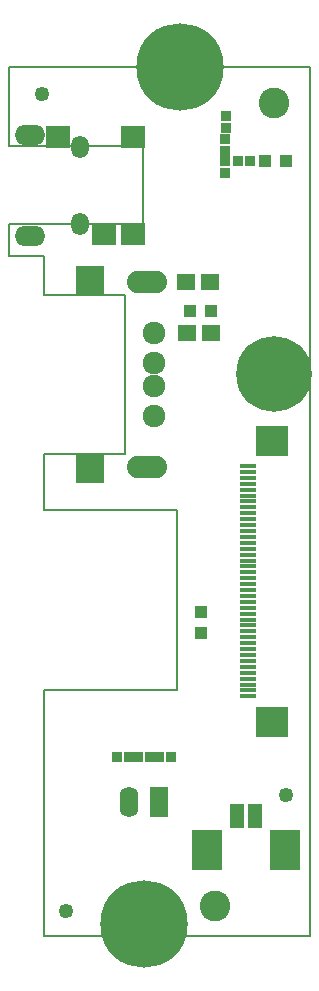
<source format=gbr>
G04 #@! TF.FileFunction,Soldermask,Top*
%FSLAX46Y46*%
G04 Gerber Fmt 4.6, Leading zero omitted, Abs format (unit mm)*
G04 Created by KiCad (PCBNEW no-vcs-found-undefined) date Tue Nov  8 14:50:56 2016*
%MOMM*%
%LPD*%
G01*
G04 APERTURE LIST*
%ADD10C,0.600000*%
%ADD11C,0.150000*%
%ADD12R,1.401600X0.351600*%
%ADD13R,2.701600X2.501600*%
%ADD14C,2.600000*%
%ADD15C,7.400000*%
%ADD16C,6.400000*%
%ADD17R,1.200000X2.000000*%
%ADD18R,2.500000X3.400000*%
%ADD19C,1.254000*%
%ADD20R,1.117600X1.117600*%
%ADD21R,0.900000X0.950000*%
%ADD22R,1.625600X1.371600*%
%ADD23R,1.601600X2.601600*%
%ADD24O,1.601600X2.601600*%
%ADD25R,0.950000X0.900000*%
%ADD26O,2.600000X1.700000*%
%ADD27R,2.000000X1.930000*%
%ADD28O,1.500000X1.910000*%
%ADD29R,2.420000X2.420000*%
%ADD30C,1.924000*%
%ADD31O,3.400000X1.924000*%
G04 APERTURE END LIST*
D10*
D11*
X102500000Y-152750000D02*
X102500000Y-173500000D01*
X102500000Y-137500000D02*
X102500000Y-132715000D01*
X113800000Y-137500000D02*
X113800000Y-152750000D01*
X102500000Y-137500000D02*
X113800000Y-137500000D01*
X102500000Y-152750000D02*
X113800000Y-152750000D01*
X102500000Y-116000000D02*
X102500000Y-119253000D01*
X109347000Y-132715000D02*
X102500000Y-132715000D01*
X109347000Y-119253000D02*
X109347000Y-132715000D01*
X102500000Y-119253000D02*
X109347000Y-119253000D01*
X99500000Y-113284000D02*
X99500000Y-116000000D01*
X110900000Y-113284000D02*
X99500000Y-113284000D01*
X110900000Y-106680000D02*
X110900000Y-113284000D01*
X99500000Y-106680000D02*
X110900000Y-106680000D01*
X102500000Y-173500000D02*
X125000000Y-173500000D01*
X125000000Y-100000000D02*
X125000000Y-173500000D01*
X99500000Y-100000000D02*
X125000000Y-100000000D01*
X99500000Y-116000000D02*
X102500000Y-116000000D01*
X99500000Y-100000000D02*
X99500000Y-106680000D01*
D12*
X119750000Y-133750000D03*
X119750000Y-134250000D03*
X119750000Y-134750000D03*
X119750000Y-135250000D03*
X119750000Y-135750000D03*
X119750000Y-136250000D03*
X119750000Y-136750000D03*
X119750000Y-137250000D03*
X119750000Y-137750000D03*
X119750000Y-138250000D03*
X119750000Y-138750000D03*
X119750000Y-139250000D03*
X119750000Y-139750000D03*
X119750000Y-140250000D03*
X119750000Y-140750000D03*
X119750000Y-141250000D03*
X119750000Y-141750000D03*
X119750000Y-142250000D03*
X119750000Y-142750000D03*
X119750000Y-143250000D03*
X119750000Y-143750000D03*
X119750000Y-144250000D03*
X119750000Y-144750000D03*
X119750000Y-145250000D03*
X119750000Y-145750000D03*
X119750000Y-146250000D03*
X119750000Y-146750000D03*
X119750000Y-147250000D03*
X119750000Y-147750000D03*
X119750000Y-148250000D03*
X119750000Y-148750000D03*
X119750000Y-149250000D03*
X119750000Y-149750000D03*
X119750000Y-150250000D03*
X119750000Y-150750000D03*
X119750000Y-151250000D03*
X119750000Y-151750000D03*
X119750000Y-152250000D03*
X119750000Y-152750000D03*
X119750000Y-153250000D03*
D13*
X121850000Y-131600000D03*
X121850000Y-155400000D03*
D14*
X117000000Y-171000000D03*
D15*
X114000000Y-100000000D03*
X111000000Y-172500000D03*
D16*
X122000000Y-126000000D03*
D14*
X122000000Y-103000000D03*
D17*
X118884000Y-163367000D03*
X120384000Y-163367000D03*
D18*
X116334000Y-166267000D03*
X122934000Y-166267000D03*
D19*
X104394000Y-171458000D03*
X102362000Y-102235000D03*
X123012200Y-161594800D03*
D20*
X116636800Y-120599200D03*
X114858800Y-120599200D03*
D21*
X108712000Y-158419800D03*
X109728000Y-158419800D03*
X112268000Y-158419800D03*
X113284000Y-158419800D03*
X110490000Y-158419800D03*
X111506000Y-158419800D03*
D20*
X115800000Y-147889000D03*
X115800000Y-146111000D03*
D22*
X116560600Y-118135400D03*
X114528600Y-118135400D03*
X116611400Y-122504200D03*
X114579400Y-122504200D03*
D23*
X112268001Y-162229800D03*
D24*
X109728001Y-162229800D03*
D20*
X123012200Y-107899200D03*
X121234200Y-107899200D03*
D25*
X117856000Y-106045000D03*
X117856000Y-107061000D03*
X117856000Y-107899200D03*
X117856000Y-108915200D03*
X117881400Y-105130600D03*
X117881400Y-104114600D03*
D21*
X119938800Y-107899200D03*
X118922800Y-107899200D03*
D26*
X101300000Y-114300000D03*
X101300000Y-105700000D03*
D27*
X103700000Y-105935000D03*
X107550000Y-114065000D03*
X110050000Y-105935000D03*
X110050000Y-114065000D03*
D28*
X105550000Y-106700000D03*
X105550000Y-113300000D03*
D29*
X106400000Y-134000000D03*
D30*
X111800000Y-122500000D03*
X111800000Y-125000000D03*
X111800000Y-127000000D03*
X111800000Y-129500000D03*
D31*
X111200000Y-118150000D03*
X111200000Y-133850000D03*
D29*
X106400000Y-118000000D03*
M02*

</source>
